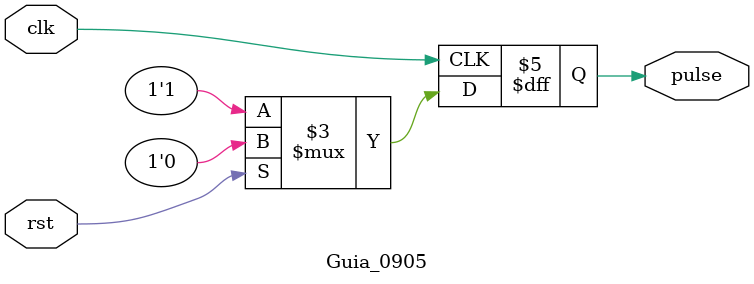
<source format=v>

module Guia_0905(
    input clk,
    input rst,
    output reg pulse
    );

    always @(posedge clk) begin
        if (rst) begin
            pulse <= 0;
        end else begin
            pulse <= 1;
        end
    end

endmodule
</source>
